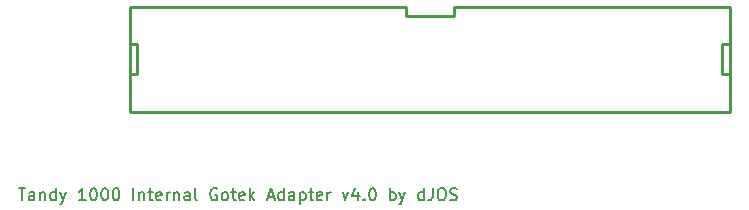
<source format=gbr>
G04 #@! TF.GenerationSoftware,KiCad,Pcbnew,(5.1.5-0-10_14)*
G04 #@! TF.CreationDate,2020-03-21T13:08:25+11:00*
G04 #@! TF.ProjectId,Internal Gotek Adpater,496e7465-726e-4616-9c20-476f74656b20,rev?*
G04 #@! TF.SameCoordinates,Original*
G04 #@! TF.FileFunction,Legend,Top*
G04 #@! TF.FilePolarity,Positive*
%FSLAX46Y46*%
G04 Gerber Fmt 4.6, Leading zero omitted, Abs format (unit mm)*
G04 Created by KiCad (PCBNEW (5.1.5-0-10_14)) date 2020-03-21 13:08:25*
%MOMM*%
%LPD*%
G04 APERTURE LIST*
%ADD10C,0.150000*%
%ADD11C,0.250000*%
G04 APERTURE END LIST*
D10*
X15821761Y-36282380D02*
X16393190Y-36282380D01*
X16107476Y-37282380D02*
X16107476Y-36282380D01*
X17155095Y-37282380D02*
X17155095Y-36758571D01*
X17107476Y-36663333D01*
X17012238Y-36615714D01*
X16821761Y-36615714D01*
X16726523Y-36663333D01*
X17155095Y-37234761D02*
X17059857Y-37282380D01*
X16821761Y-37282380D01*
X16726523Y-37234761D01*
X16678904Y-37139523D01*
X16678904Y-37044285D01*
X16726523Y-36949047D01*
X16821761Y-36901428D01*
X17059857Y-36901428D01*
X17155095Y-36853809D01*
X17631285Y-36615714D02*
X17631285Y-37282380D01*
X17631285Y-36710952D02*
X17678904Y-36663333D01*
X17774142Y-36615714D01*
X17917000Y-36615714D01*
X18012238Y-36663333D01*
X18059857Y-36758571D01*
X18059857Y-37282380D01*
X18964619Y-37282380D02*
X18964619Y-36282380D01*
X18964619Y-37234761D02*
X18869380Y-37282380D01*
X18678904Y-37282380D01*
X18583666Y-37234761D01*
X18536047Y-37187142D01*
X18488428Y-37091904D01*
X18488428Y-36806190D01*
X18536047Y-36710952D01*
X18583666Y-36663333D01*
X18678904Y-36615714D01*
X18869380Y-36615714D01*
X18964619Y-36663333D01*
X19345571Y-36615714D02*
X19583666Y-37282380D01*
X19821761Y-36615714D02*
X19583666Y-37282380D01*
X19488428Y-37520476D01*
X19440809Y-37568095D01*
X19345571Y-37615714D01*
X21488428Y-37282380D02*
X20917000Y-37282380D01*
X21202714Y-37282380D02*
X21202714Y-36282380D01*
X21107476Y-36425238D01*
X21012238Y-36520476D01*
X20917000Y-36568095D01*
X22107476Y-36282380D02*
X22202714Y-36282380D01*
X22297952Y-36330000D01*
X22345571Y-36377619D01*
X22393190Y-36472857D01*
X22440809Y-36663333D01*
X22440809Y-36901428D01*
X22393190Y-37091904D01*
X22345571Y-37187142D01*
X22297952Y-37234761D01*
X22202714Y-37282380D01*
X22107476Y-37282380D01*
X22012238Y-37234761D01*
X21964619Y-37187142D01*
X21917000Y-37091904D01*
X21869380Y-36901428D01*
X21869380Y-36663333D01*
X21917000Y-36472857D01*
X21964619Y-36377619D01*
X22012238Y-36330000D01*
X22107476Y-36282380D01*
X23059857Y-36282380D02*
X23155095Y-36282380D01*
X23250333Y-36330000D01*
X23297952Y-36377619D01*
X23345571Y-36472857D01*
X23393190Y-36663333D01*
X23393190Y-36901428D01*
X23345571Y-37091904D01*
X23297952Y-37187142D01*
X23250333Y-37234761D01*
X23155095Y-37282380D01*
X23059857Y-37282380D01*
X22964619Y-37234761D01*
X22917000Y-37187142D01*
X22869380Y-37091904D01*
X22821761Y-36901428D01*
X22821761Y-36663333D01*
X22869380Y-36472857D01*
X22917000Y-36377619D01*
X22964619Y-36330000D01*
X23059857Y-36282380D01*
X24012238Y-36282380D02*
X24107476Y-36282380D01*
X24202714Y-36330000D01*
X24250333Y-36377619D01*
X24297952Y-36472857D01*
X24345571Y-36663333D01*
X24345571Y-36901428D01*
X24297952Y-37091904D01*
X24250333Y-37187142D01*
X24202714Y-37234761D01*
X24107476Y-37282380D01*
X24012238Y-37282380D01*
X23917000Y-37234761D01*
X23869380Y-37187142D01*
X23821761Y-37091904D01*
X23774142Y-36901428D01*
X23774142Y-36663333D01*
X23821761Y-36472857D01*
X23869380Y-36377619D01*
X23917000Y-36330000D01*
X24012238Y-36282380D01*
X25536047Y-37282380D02*
X25536047Y-36282380D01*
X26012238Y-36615714D02*
X26012238Y-37282380D01*
X26012238Y-36710952D02*
X26059857Y-36663333D01*
X26155095Y-36615714D01*
X26297952Y-36615714D01*
X26393190Y-36663333D01*
X26440809Y-36758571D01*
X26440809Y-37282380D01*
X26774142Y-36615714D02*
X27155095Y-36615714D01*
X26917000Y-36282380D02*
X26917000Y-37139523D01*
X26964619Y-37234761D01*
X27059857Y-37282380D01*
X27155095Y-37282380D01*
X27869380Y-37234761D02*
X27774142Y-37282380D01*
X27583666Y-37282380D01*
X27488428Y-37234761D01*
X27440809Y-37139523D01*
X27440809Y-36758571D01*
X27488428Y-36663333D01*
X27583666Y-36615714D01*
X27774142Y-36615714D01*
X27869380Y-36663333D01*
X27917000Y-36758571D01*
X27917000Y-36853809D01*
X27440809Y-36949047D01*
X28345571Y-37282380D02*
X28345571Y-36615714D01*
X28345571Y-36806190D02*
X28393190Y-36710952D01*
X28440809Y-36663333D01*
X28536047Y-36615714D01*
X28631285Y-36615714D01*
X28964619Y-36615714D02*
X28964619Y-37282380D01*
X28964619Y-36710952D02*
X29012238Y-36663333D01*
X29107476Y-36615714D01*
X29250333Y-36615714D01*
X29345571Y-36663333D01*
X29393190Y-36758571D01*
X29393190Y-37282380D01*
X30297952Y-37282380D02*
X30297952Y-36758571D01*
X30250333Y-36663333D01*
X30155095Y-36615714D01*
X29964619Y-36615714D01*
X29869380Y-36663333D01*
X30297952Y-37234761D02*
X30202714Y-37282380D01*
X29964619Y-37282380D01*
X29869380Y-37234761D01*
X29821761Y-37139523D01*
X29821761Y-37044285D01*
X29869380Y-36949047D01*
X29964619Y-36901428D01*
X30202714Y-36901428D01*
X30297952Y-36853809D01*
X30917000Y-37282380D02*
X30821761Y-37234761D01*
X30774142Y-37139523D01*
X30774142Y-36282380D01*
X32583666Y-36330000D02*
X32488428Y-36282380D01*
X32345571Y-36282380D01*
X32202714Y-36330000D01*
X32107476Y-36425238D01*
X32059857Y-36520476D01*
X32012238Y-36710952D01*
X32012238Y-36853809D01*
X32059857Y-37044285D01*
X32107476Y-37139523D01*
X32202714Y-37234761D01*
X32345571Y-37282380D01*
X32440809Y-37282380D01*
X32583666Y-37234761D01*
X32631285Y-37187142D01*
X32631285Y-36853809D01*
X32440809Y-36853809D01*
X33202714Y-37282380D02*
X33107476Y-37234761D01*
X33059857Y-37187142D01*
X33012238Y-37091904D01*
X33012238Y-36806190D01*
X33059857Y-36710952D01*
X33107476Y-36663333D01*
X33202714Y-36615714D01*
X33345571Y-36615714D01*
X33440809Y-36663333D01*
X33488428Y-36710952D01*
X33536047Y-36806190D01*
X33536047Y-37091904D01*
X33488428Y-37187142D01*
X33440809Y-37234761D01*
X33345571Y-37282380D01*
X33202714Y-37282380D01*
X33821761Y-36615714D02*
X34202714Y-36615714D01*
X33964619Y-36282380D02*
X33964619Y-37139523D01*
X34012238Y-37234761D01*
X34107476Y-37282380D01*
X34202714Y-37282380D01*
X34917000Y-37234761D02*
X34821761Y-37282380D01*
X34631285Y-37282380D01*
X34536047Y-37234761D01*
X34488428Y-37139523D01*
X34488428Y-36758571D01*
X34536047Y-36663333D01*
X34631285Y-36615714D01*
X34821761Y-36615714D01*
X34917000Y-36663333D01*
X34964619Y-36758571D01*
X34964619Y-36853809D01*
X34488428Y-36949047D01*
X35393190Y-37282380D02*
X35393190Y-36282380D01*
X35488428Y-36901428D02*
X35774142Y-37282380D01*
X35774142Y-36615714D02*
X35393190Y-36996666D01*
X36917000Y-36996666D02*
X37393190Y-36996666D01*
X36821761Y-37282380D02*
X37155095Y-36282380D01*
X37488428Y-37282380D01*
X38250333Y-37282380D02*
X38250333Y-36282380D01*
X38250333Y-37234761D02*
X38155095Y-37282380D01*
X37964619Y-37282380D01*
X37869380Y-37234761D01*
X37821761Y-37187142D01*
X37774142Y-37091904D01*
X37774142Y-36806190D01*
X37821761Y-36710952D01*
X37869380Y-36663333D01*
X37964619Y-36615714D01*
X38155095Y-36615714D01*
X38250333Y-36663333D01*
X39155095Y-37282380D02*
X39155095Y-36758571D01*
X39107476Y-36663333D01*
X39012238Y-36615714D01*
X38821761Y-36615714D01*
X38726523Y-36663333D01*
X39155095Y-37234761D02*
X39059857Y-37282380D01*
X38821761Y-37282380D01*
X38726523Y-37234761D01*
X38678904Y-37139523D01*
X38678904Y-37044285D01*
X38726523Y-36949047D01*
X38821761Y-36901428D01*
X39059857Y-36901428D01*
X39155095Y-36853809D01*
X39631285Y-36615714D02*
X39631285Y-37615714D01*
X39631285Y-36663333D02*
X39726523Y-36615714D01*
X39916999Y-36615714D01*
X40012238Y-36663333D01*
X40059857Y-36710952D01*
X40107476Y-36806190D01*
X40107476Y-37091904D01*
X40059857Y-37187142D01*
X40012238Y-37234761D01*
X39916999Y-37282380D01*
X39726523Y-37282380D01*
X39631285Y-37234761D01*
X40393190Y-36615714D02*
X40774142Y-36615714D01*
X40536047Y-36282380D02*
X40536047Y-37139523D01*
X40583666Y-37234761D01*
X40678904Y-37282380D01*
X40774142Y-37282380D01*
X41488428Y-37234761D02*
X41393190Y-37282380D01*
X41202714Y-37282380D01*
X41107476Y-37234761D01*
X41059857Y-37139523D01*
X41059857Y-36758571D01*
X41107476Y-36663333D01*
X41202714Y-36615714D01*
X41393190Y-36615714D01*
X41488428Y-36663333D01*
X41536047Y-36758571D01*
X41536047Y-36853809D01*
X41059857Y-36949047D01*
X41964619Y-37282380D02*
X41964619Y-36615714D01*
X41964619Y-36806190D02*
X42012238Y-36710952D01*
X42059857Y-36663333D01*
X42155095Y-36615714D01*
X42250333Y-36615714D01*
X43250333Y-36615714D02*
X43488428Y-37282380D01*
X43726523Y-36615714D01*
X44536047Y-36615714D02*
X44536047Y-37282380D01*
X44297952Y-36234761D02*
X44059857Y-36949047D01*
X44678904Y-36949047D01*
X45059857Y-37187142D02*
X45107476Y-37234761D01*
X45059857Y-37282380D01*
X45012238Y-37234761D01*
X45059857Y-37187142D01*
X45059857Y-37282380D01*
X45726523Y-36282380D02*
X45821761Y-36282380D01*
X45916999Y-36330000D01*
X45964619Y-36377619D01*
X46012238Y-36472857D01*
X46059857Y-36663333D01*
X46059857Y-36901428D01*
X46012238Y-37091904D01*
X45964619Y-37187142D01*
X45916999Y-37234761D01*
X45821761Y-37282380D01*
X45726523Y-37282380D01*
X45631285Y-37234761D01*
X45583666Y-37187142D01*
X45536047Y-37091904D01*
X45488428Y-36901428D01*
X45488428Y-36663333D01*
X45536047Y-36472857D01*
X45583666Y-36377619D01*
X45631285Y-36330000D01*
X45726523Y-36282380D01*
X47250333Y-37282380D02*
X47250333Y-36282380D01*
X47250333Y-36663333D02*
X47345571Y-36615714D01*
X47536047Y-36615714D01*
X47631285Y-36663333D01*
X47678904Y-36710952D01*
X47726523Y-36806190D01*
X47726523Y-37091904D01*
X47678904Y-37187142D01*
X47631285Y-37234761D01*
X47536047Y-37282380D01*
X47345571Y-37282380D01*
X47250333Y-37234761D01*
X48059857Y-36615714D02*
X48297952Y-37282380D01*
X48536047Y-36615714D02*
X48297952Y-37282380D01*
X48202714Y-37520476D01*
X48155095Y-37568095D01*
X48059857Y-37615714D01*
X50107476Y-37282380D02*
X50107476Y-36282380D01*
X50107476Y-37234761D02*
X50012238Y-37282380D01*
X49821761Y-37282380D01*
X49726523Y-37234761D01*
X49678904Y-37187142D01*
X49631285Y-37091904D01*
X49631285Y-36806190D01*
X49678904Y-36710952D01*
X49726523Y-36663333D01*
X49821761Y-36615714D01*
X50012238Y-36615714D01*
X50107476Y-36663333D01*
X50869380Y-36282380D02*
X50869380Y-36996666D01*
X50821761Y-37139523D01*
X50726523Y-37234761D01*
X50583666Y-37282380D01*
X50488428Y-37282380D01*
X51536047Y-36282380D02*
X51726523Y-36282380D01*
X51821761Y-36330000D01*
X51916999Y-36425238D01*
X51964619Y-36615714D01*
X51964619Y-36949047D01*
X51916999Y-37139523D01*
X51821761Y-37234761D01*
X51726523Y-37282380D01*
X51536047Y-37282380D01*
X51440809Y-37234761D01*
X51345571Y-37139523D01*
X51297952Y-36949047D01*
X51297952Y-36615714D01*
X51345571Y-36425238D01*
X51440809Y-36330000D01*
X51536047Y-36282380D01*
X52345571Y-37234761D02*
X52488428Y-37282380D01*
X52726523Y-37282380D01*
X52821761Y-37234761D01*
X52869380Y-37187142D01*
X52916999Y-37091904D01*
X52916999Y-36996666D01*
X52869380Y-36901428D01*
X52821761Y-36853809D01*
X52726523Y-36806190D01*
X52536047Y-36758571D01*
X52440809Y-36710952D01*
X52393190Y-36663333D01*
X52345571Y-36568095D01*
X52345571Y-36472857D01*
X52393190Y-36377619D01*
X52440809Y-36330000D01*
X52536047Y-36282380D01*
X52774142Y-36282380D01*
X52916999Y-36330000D01*
D11*
X75399500Y-24065500D02*
X76009500Y-24065500D01*
X75399500Y-26607500D02*
X75399500Y-24065500D01*
X75399500Y-26607500D02*
X76009500Y-26607500D01*
X25209500Y-24065500D02*
X25869500Y-24065500D01*
X25869500Y-26607500D02*
X25869500Y-24065500D01*
X25209500Y-26607500D02*
X25869500Y-26607500D01*
X52641500Y-20891500D02*
X76009500Y-20891500D01*
X25209500Y-20891500D02*
X48577500Y-20891500D01*
X25209500Y-29781500D02*
X25209500Y-20891500D01*
X25209500Y-29781500D02*
X76009500Y-29781500D01*
X76009500Y-29781500D02*
X76009500Y-20891500D01*
X52641500Y-21656500D02*
X52641500Y-20891500D01*
X48577500Y-21656500D02*
X52641500Y-21656500D01*
X48577500Y-21656500D02*
X48577500Y-20891500D01*
M02*

</source>
